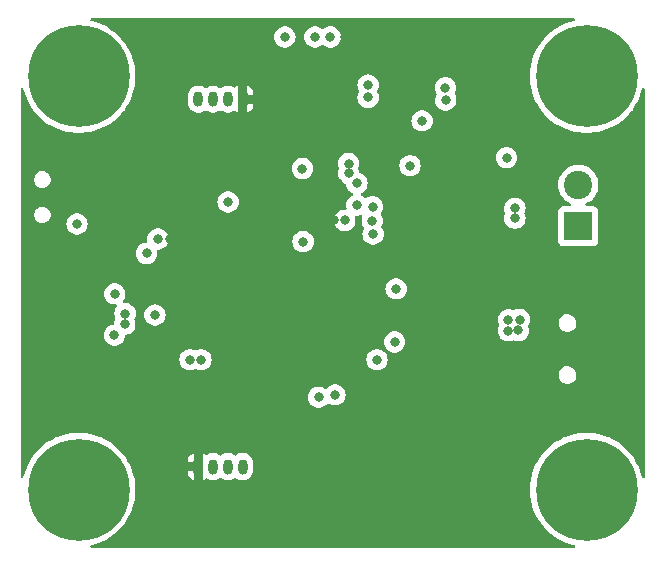
<source format=gbr>
%TF.GenerationSoftware,KiCad,Pcbnew,7.0.7*%
%TF.CreationDate,2023-10-16T17:07:58+03:00*%
%TF.ProjectId,custom_stm_design,63757374-6f6d-45f7-9374-6d5f64657369,rev?*%
%TF.SameCoordinates,Original*%
%TF.FileFunction,Copper,L3,Inr*%
%TF.FilePolarity,Positive*%
%FSLAX46Y46*%
G04 Gerber Fmt 4.6, Leading zero omitted, Abs format (unit mm)*
G04 Created by KiCad (PCBNEW 7.0.7) date 2023-10-16 17:07:58*
%MOMM*%
%LPD*%
G01*
G04 APERTURE LIST*
G04 Aperture macros list*
%AMRoundRect*
0 Rectangle with rounded corners*
0 $1 Rounding radius*
0 $2 $3 $4 $5 $6 $7 $8 $9 X,Y pos of 4 corners*
0 Add a 4 corners polygon primitive as box body*
4,1,4,$2,$3,$4,$5,$6,$7,$8,$9,$2,$3,0*
0 Add four circle primitives for the rounded corners*
1,1,$1+$1,$2,$3*
1,1,$1+$1,$4,$5*
1,1,$1+$1,$6,$7*
1,1,$1+$1,$8,$9*
0 Add four rect primitives between the rounded corners*
20,1,$1+$1,$2,$3,$4,$5,0*
20,1,$1+$1,$4,$5,$6,$7,0*
20,1,$1+$1,$6,$7,$8,$9,0*
20,1,$1+$1,$8,$9,$2,$3,0*%
G04 Aperture macros list end*
%TA.AperFunction,ComponentPad*%
%ADD10C,0.900000*%
%TD*%
%TA.AperFunction,ComponentPad*%
%ADD11C,8.600000*%
%TD*%
%TA.AperFunction,ComponentPad*%
%ADD12RoundRect,0.200000X-0.200000X-0.450000X0.200000X-0.450000X0.200000X0.450000X-0.200000X0.450000X0*%
%TD*%
%TA.AperFunction,ComponentPad*%
%ADD13O,0.800000X1.300000*%
%TD*%
%TA.AperFunction,ComponentPad*%
%ADD14R,2.400000X2.400000*%
%TD*%
%TA.AperFunction,ComponentPad*%
%ADD15C,2.400000*%
%TD*%
%TA.AperFunction,ComponentPad*%
%ADD16RoundRect,0.200000X0.200000X0.450000X-0.200000X0.450000X-0.200000X-0.450000X0.200000X-0.450000X0*%
%TD*%
%TA.AperFunction,ViaPad*%
%ADD17C,0.800000*%
%TD*%
G04 APERTURE END LIST*
D10*
%TO.N,GND*%
%TO.C,H4*%
X81775000Y-106000000D03*
X82719581Y-103719581D03*
X82719581Y-108280419D03*
X85000000Y-102775000D03*
D11*
X85000000Y-106000000D03*
D10*
X85000000Y-109225000D03*
X87280419Y-103719581D03*
X87280419Y-108280419D03*
X88225000Y-106000000D03*
%TD*%
%TO.N,GND*%
%TO.C,H2*%
X124775000Y-106000000D03*
X125719581Y-103719581D03*
X125719581Y-108280419D03*
X128000000Y-102775000D03*
D11*
X128000000Y-106000000D03*
D10*
X128000000Y-109225000D03*
X130280419Y-103719581D03*
X130280419Y-108280419D03*
X131225000Y-106000000D03*
%TD*%
D12*
%TO.N,+3.3V*%
%TO.C,J5*%
X95125000Y-104050000D03*
D13*
%TO.N,USART3_TX*%
X96375000Y-104050000D03*
%TO.N,USART3_RX*%
X97625000Y-104050000D03*
%TO.N,GND*%
X98875000Y-104050000D03*
%TD*%
D10*
%TO.N,GND*%
%TO.C,H1*%
X124775000Y-71000000D03*
X125719581Y-68719581D03*
X125719581Y-73280419D03*
X128000000Y-67775000D03*
D11*
X128000000Y-71000000D03*
D10*
X128000000Y-74225000D03*
X130280419Y-68719581D03*
X130280419Y-73280419D03*
X131225000Y-71000000D03*
%TD*%
%TO.N,GND*%
%TO.C,H3*%
X81775000Y-71000000D03*
X82719581Y-68719581D03*
X82719581Y-73280419D03*
X85000000Y-67775000D03*
D11*
X85000000Y-71000000D03*
D10*
X85000000Y-74225000D03*
X87280419Y-68719581D03*
X87280419Y-73280419D03*
X88225000Y-71000000D03*
%TD*%
D14*
%TO.N,+12V*%
%TO.C,J1*%
X127300000Y-83700000D03*
D15*
%TO.N,GND*%
X127300000Y-80200000D03*
%TD*%
D16*
%TO.N,+3.3V*%
%TO.C,J3*%
X98875000Y-72950000D03*
D13*
%TO.N,I2C1_SCL*%
X97625000Y-72950000D03*
%TO.N,I2C1_SDA*%
X96375000Y-72950000D03*
%TO.N,GND*%
X95125000Y-72950000D03*
%TD*%
D17*
%TO.N,GND*%
X106300000Y-67675000D03*
X105000000Y-67675000D03*
X102450000Y-67675000D03*
%TO.N,+3.3V*%
X107525000Y-67675000D03*
%TO.N,NRST*%
X103937853Y-78812853D03*
%TO.N,+3.3V*%
X92725000Y-84775000D03*
%TO.N,GND*%
X91700000Y-84775000D03*
X97650000Y-81650000D03*
%TO.N,+3.3V*%
X95350000Y-81700000D03*
%TO.N,GND*%
X88900000Y-92000000D03*
X88025000Y-92925000D03*
X107525000Y-83200000D03*
X121225000Y-77900000D03*
X105300000Y-98175000D03*
X109925000Y-84375000D03*
X111875000Y-89000000D03*
X121925000Y-83025000D03*
X121925000Y-82175000D03*
X109850000Y-83250000D03*
X109875000Y-82050000D03*
X107850000Y-79225000D03*
X108550000Y-81900000D03*
X108550000Y-80075000D03*
X107850000Y-78400000D03*
X113050000Y-78575000D03*
X114075000Y-74775000D03*
X116075000Y-73025000D03*
X116050000Y-71975000D03*
X109500000Y-72800000D03*
X109500000Y-71750000D03*
X84850000Y-83500000D03*
X90750000Y-86000000D03*
X88050000Y-89425000D03*
X88925000Y-91100000D03*
X91450000Y-91225000D03*
X95350000Y-95000000D03*
X94425000Y-95000000D03*
X106700000Y-97975000D03*
X122325000Y-91600000D03*
X121375000Y-91625000D03*
X121375000Y-92550000D03*
X122225000Y-92525000D03*
%TO.N,+3.3V*%
X123225000Y-75100000D03*
X112225000Y-79575000D03*
X106975000Y-80075000D03*
X117775000Y-87050000D03*
X117775000Y-87975000D03*
X117775000Y-86025000D03*
X99675000Y-79500000D03*
X114975000Y-87825000D03*
X115025000Y-86950000D03*
X115025000Y-86075000D03*
X106100000Y-80975000D03*
X102500000Y-80250000D03*
X84850000Y-79075000D03*
X114450000Y-72825000D03*
X88875000Y-98800000D03*
X121000000Y-71800000D03*
X97500000Y-97550000D03*
X114450000Y-71800000D03*
X120975000Y-72625000D03*
X106675000Y-95625000D03*
X106575000Y-83200000D03*
X112900000Y-80525000D03*
X122275000Y-74300000D03*
%TO.N,Net-(D2-K)*%
X110250000Y-95000000D03*
X111750000Y-93500000D03*
%TO.N,NRST*%
X104000000Y-85000000D03*
%TD*%
%TA.AperFunction,Conductor*%
%TO.N,+3.3V*%
G36*
X126950664Y-66095185D02*
G01*
X126996419Y-66147989D01*
X127006363Y-66217147D01*
X126977338Y-66280703D01*
X126918560Y-66318477D01*
X126916614Y-66319031D01*
X126515080Y-66429847D01*
X126515055Y-66429855D01*
X126111386Y-66581354D01*
X126111372Y-66581360D01*
X125722906Y-66768436D01*
X125722904Y-66768437D01*
X125352743Y-66989599D01*
X125003931Y-67243026D01*
X125003914Y-67243039D01*
X124679210Y-67526726D01*
X124679205Y-67526730D01*
X124381237Y-67838379D01*
X124381225Y-67838392D01*
X124112404Y-68175485D01*
X124112394Y-68175498D01*
X123874867Y-68535337D01*
X123874867Y-68535338D01*
X123670537Y-68915044D01*
X123670533Y-68915052D01*
X123501076Y-69311519D01*
X123501073Y-69311527D01*
X123367830Y-69721608D01*
X123271885Y-70141972D01*
X123214006Y-70569253D01*
X123214005Y-70569262D01*
X123194661Y-70999996D01*
X123194661Y-71000003D01*
X123214005Y-71430737D01*
X123214005Y-71430745D01*
X123214006Y-71430747D01*
X123242945Y-71644386D01*
X123271885Y-71858027D01*
X123367830Y-72278391D01*
X123501073Y-72688472D01*
X123501076Y-72688480D01*
X123670533Y-73084947D01*
X123670537Y-73084955D01*
X123670539Y-73084958D01*
X123874863Y-73464655D01*
X123874867Y-73464661D01*
X123874867Y-73464662D01*
X124112394Y-73824500D01*
X124112404Y-73824514D01*
X124381225Y-74161607D01*
X124381235Y-74161618D01*
X124381236Y-74161619D01*
X124679210Y-74473274D01*
X125003920Y-74756965D01*
X125352753Y-75010407D01*
X125722900Y-75231560D01*
X125722903Y-75231561D01*
X125722904Y-75231562D01*
X125722906Y-75231563D01*
X126111372Y-75418639D01*
X126111386Y-75418645D01*
X126515055Y-75570144D01*
X126515059Y-75570145D01*
X126515069Y-75570149D01*
X126930711Y-75684859D01*
X127354964Y-75761850D01*
X127784409Y-75800500D01*
X127784416Y-75800500D01*
X128215584Y-75800500D01*
X128215591Y-75800500D01*
X128645036Y-75761850D01*
X129069289Y-75684859D01*
X129484931Y-75570149D01*
X129888619Y-75418643D01*
X130277100Y-75231560D01*
X130647247Y-75010407D01*
X130996080Y-74756965D01*
X131320790Y-74473274D01*
X131618764Y-74161619D01*
X131698892Y-74061142D01*
X131816348Y-73913856D01*
X131887601Y-73824507D01*
X131897738Y-73809151D01*
X132125132Y-73464662D01*
X132125137Y-73464655D01*
X132329461Y-73084958D01*
X132498926Y-72688475D01*
X132632168Y-72278397D01*
X132679607Y-72070549D01*
X132713716Y-72009570D01*
X132775378Y-71976712D01*
X132845015Y-71982407D01*
X132900519Y-72024847D01*
X132924267Y-72090557D01*
X132924499Y-72098141D01*
X132924499Y-104901862D01*
X132904814Y-104968901D01*
X132852010Y-105014656D01*
X132782852Y-105024600D01*
X132719296Y-104995575D01*
X132681522Y-104936797D01*
X132679613Y-104929474D01*
X132632168Y-104721603D01*
X132498926Y-104311525D01*
X132345454Y-103952459D01*
X132329466Y-103915052D01*
X132329462Y-103915044D01*
X132307163Y-103873606D01*
X132125137Y-103535345D01*
X132083913Y-103472893D01*
X131887605Y-103175498D01*
X131887595Y-103175485D01*
X131618774Y-102838392D01*
X131618762Y-102838379D01*
X131320794Y-102526730D01*
X131320793Y-102526729D01*
X131320790Y-102526726D01*
X130996080Y-102243035D01*
X130996068Y-102243026D01*
X130647256Y-101989599D01*
X130647251Y-101989596D01*
X130647247Y-101989593D01*
X130277100Y-101768440D01*
X130277095Y-101768437D01*
X130277093Y-101768436D01*
X129888627Y-101581360D01*
X129888613Y-101581354D01*
X129484944Y-101429855D01*
X129484919Y-101429847D01*
X129069295Y-101315142D01*
X128645043Y-101238151D01*
X128645040Y-101238150D01*
X128645036Y-101238150D01*
X128215591Y-101199500D01*
X127784409Y-101199500D01*
X127354964Y-101238150D01*
X127354960Y-101238150D01*
X127354956Y-101238151D01*
X126930704Y-101315142D01*
X126515080Y-101429847D01*
X126515055Y-101429855D01*
X126111386Y-101581354D01*
X126111372Y-101581360D01*
X125722906Y-101768436D01*
X125722904Y-101768437D01*
X125352743Y-101989599D01*
X125003931Y-102243026D01*
X125003914Y-102243039D01*
X124679210Y-102526726D01*
X124679205Y-102526730D01*
X124381237Y-102838379D01*
X124381225Y-102838392D01*
X124112404Y-103175485D01*
X124112394Y-103175498D01*
X123874867Y-103535337D01*
X123874867Y-103535338D01*
X123670537Y-103915044D01*
X123670533Y-103915052D01*
X123501076Y-104311519D01*
X123501073Y-104311527D01*
X123367830Y-104721608D01*
X123271885Y-105141972D01*
X123214006Y-105569253D01*
X123214005Y-105569262D01*
X123194661Y-105999996D01*
X123194661Y-106000003D01*
X123214005Y-106430737D01*
X123214006Y-106430746D01*
X123271885Y-106858027D01*
X123367830Y-107278391D01*
X123501073Y-107688472D01*
X123501076Y-107688480D01*
X123670533Y-108084947D01*
X123670537Y-108084955D01*
X123670539Y-108084958D01*
X123874863Y-108464655D01*
X123874867Y-108464661D01*
X123874867Y-108464662D01*
X124112394Y-108824501D01*
X124112404Y-108824514D01*
X124381225Y-109161607D01*
X124381235Y-109161618D01*
X124381236Y-109161619D01*
X124679210Y-109473274D01*
X125003920Y-109756965D01*
X125352753Y-110010407D01*
X125722900Y-110231560D01*
X125722903Y-110231561D01*
X125722904Y-110231562D01*
X125722906Y-110231563D01*
X126111372Y-110418639D01*
X126111386Y-110418645D01*
X126515055Y-110570144D01*
X126515059Y-110570145D01*
X126515069Y-110570149D01*
X126515080Y-110570152D01*
X126916614Y-110680969D01*
X126976000Y-110717779D01*
X127006059Y-110780852D01*
X126997245Y-110850164D01*
X126952358Y-110903708D01*
X126885648Y-110924483D01*
X126883625Y-110924500D01*
X86116375Y-110924500D01*
X86049336Y-110904815D01*
X86003581Y-110852011D01*
X85993637Y-110782853D01*
X86022662Y-110719297D01*
X86081440Y-110681523D01*
X86083386Y-110680969D01*
X86335853Y-110611291D01*
X86484931Y-110570149D01*
X86888619Y-110418643D01*
X87277100Y-110231560D01*
X87647247Y-110010407D01*
X87996080Y-109756965D01*
X88320790Y-109473274D01*
X88618764Y-109161619D01*
X88887601Y-108824507D01*
X89125137Y-108464655D01*
X89329461Y-108084958D01*
X89498926Y-107688475D01*
X89632168Y-107278397D01*
X89728115Y-106858026D01*
X89785994Y-106430747D01*
X89805339Y-106000000D01*
X89785994Y-105569253D01*
X89728115Y-105141974D01*
X89632168Y-104721603D01*
X89535796Y-104425000D01*
X94225001Y-104425000D01*
X94225001Y-104556582D01*
X94231408Y-104627102D01*
X94231409Y-104627107D01*
X94281981Y-104789396D01*
X94369927Y-104934877D01*
X94490122Y-105055072D01*
X94635604Y-105143019D01*
X94635603Y-105143019D01*
X94749999Y-105178666D01*
X94750000Y-105178666D01*
X94750000Y-104425000D01*
X94225001Y-104425000D01*
X89535796Y-104425000D01*
X89498926Y-104311525D01*
X89387146Y-104050002D01*
X94870102Y-104050002D01*
X94889503Y-104147540D01*
X94889504Y-104147543D01*
X94889505Y-104147545D01*
X94944760Y-104230240D01*
X95027455Y-104285495D01*
X95027458Y-104285495D01*
X95027459Y-104285496D01*
X95100371Y-104299999D01*
X95100374Y-104300000D01*
X95100376Y-104300000D01*
X95149626Y-104300000D01*
X95149627Y-104299999D01*
X95222545Y-104285495D01*
X95281611Y-104246028D01*
X95348286Y-104225151D01*
X95415666Y-104243635D01*
X95462357Y-104295614D01*
X95473335Y-104343999D01*
X95474330Y-104343947D01*
X95474499Y-104347187D01*
X95474500Y-104347192D01*
X95489326Y-104488256D01*
X95493931Y-104502430D01*
X95500000Y-104540746D01*
X95500000Y-105178666D01*
X95614395Y-105143019D01*
X95756228Y-105057278D01*
X95823782Y-105039442D01*
X95890256Y-105060959D01*
X95893263Y-105063077D01*
X95922265Y-105084148D01*
X95922270Y-105084151D01*
X96095192Y-105161142D01*
X96095197Y-105161144D01*
X96280354Y-105200500D01*
X96280355Y-105200500D01*
X96469644Y-105200500D01*
X96469646Y-105200500D01*
X96654803Y-105161144D01*
X96827730Y-105084151D01*
X96911497Y-105023291D01*
X96927115Y-105011944D01*
X96992921Y-104988464D01*
X97060975Y-105004289D01*
X97072885Y-105011944D01*
X97172265Y-105084148D01*
X97172270Y-105084151D01*
X97345192Y-105161142D01*
X97345197Y-105161144D01*
X97530354Y-105200500D01*
X97530355Y-105200500D01*
X97719644Y-105200500D01*
X97719646Y-105200500D01*
X97904803Y-105161144D01*
X98077730Y-105084151D01*
X98161497Y-105023291D01*
X98177115Y-105011944D01*
X98242921Y-104988464D01*
X98310975Y-105004289D01*
X98322885Y-105011944D01*
X98422265Y-105084148D01*
X98422270Y-105084151D01*
X98595192Y-105161142D01*
X98595197Y-105161144D01*
X98780354Y-105200500D01*
X98780355Y-105200500D01*
X98969644Y-105200500D01*
X98969646Y-105200500D01*
X99154803Y-105161144D01*
X99327730Y-105084151D01*
X99480871Y-104972888D01*
X99607533Y-104832216D01*
X99702179Y-104668284D01*
X99760674Y-104488256D01*
X99775500Y-104347192D01*
X99775500Y-103752808D01*
X99760674Y-103611744D01*
X99702179Y-103431716D01*
X99607533Y-103267784D01*
X99480871Y-103127112D01*
X99480870Y-103127111D01*
X99327734Y-103015851D01*
X99327729Y-103015848D01*
X99154807Y-102938857D01*
X99154802Y-102938855D01*
X99009001Y-102907865D01*
X98969646Y-102899500D01*
X98780354Y-102899500D01*
X98747897Y-102906398D01*
X98595197Y-102938855D01*
X98595192Y-102938857D01*
X98422270Y-103015848D01*
X98422266Y-103015850D01*
X98322883Y-103088056D01*
X98257077Y-103111535D01*
X98189023Y-103095709D01*
X98177114Y-103088055D01*
X98077734Y-103015851D01*
X98077729Y-103015848D01*
X97904807Y-102938857D01*
X97904802Y-102938855D01*
X97759000Y-102907865D01*
X97719646Y-102899500D01*
X97530354Y-102899500D01*
X97497897Y-102906398D01*
X97345197Y-102938855D01*
X97345192Y-102938857D01*
X97172271Y-103015848D01*
X97072885Y-103088056D01*
X97007078Y-103111535D01*
X96939025Y-103095709D01*
X96927115Y-103088056D01*
X96889052Y-103060402D01*
X96827730Y-103015849D01*
X96827728Y-103015848D01*
X96827729Y-103015848D01*
X96654807Y-102938857D01*
X96654802Y-102938855D01*
X96509000Y-102907865D01*
X96469646Y-102899500D01*
X96280354Y-102899500D01*
X96247897Y-102906398D01*
X96095197Y-102938855D01*
X96095192Y-102938857D01*
X95922272Y-103015848D01*
X95922270Y-103015849D01*
X95912654Y-103022835D01*
X95893260Y-103036925D01*
X95827452Y-103060402D01*
X95759399Y-103044574D01*
X95756228Y-103042721D01*
X95614396Y-102956981D01*
X95614394Y-102956980D01*
X95500000Y-102921332D01*
X95500000Y-103559253D01*
X95493930Y-103597571D01*
X95489326Y-103611744D01*
X95482678Y-103675000D01*
X95474499Y-103752812D01*
X95474330Y-103756053D01*
X95472998Y-103755983D01*
X95454815Y-103817907D01*
X95402011Y-103863662D01*
X95332853Y-103873606D01*
X95281610Y-103853971D01*
X95227636Y-103817907D01*
X95222545Y-103814505D01*
X95222544Y-103814504D01*
X95222543Y-103814504D01*
X95222540Y-103814503D01*
X95149627Y-103800000D01*
X95149624Y-103800000D01*
X95100376Y-103800000D01*
X95100373Y-103800000D01*
X95027459Y-103814503D01*
X95027455Y-103814505D01*
X94944760Y-103869760D01*
X94889505Y-103952455D01*
X94889503Y-103952459D01*
X94870102Y-104049997D01*
X94870102Y-104050002D01*
X89387146Y-104050002D01*
X89345454Y-103952459D01*
X89329466Y-103915052D01*
X89329462Y-103915044D01*
X89307163Y-103873606D01*
X89200289Y-103675000D01*
X94225000Y-103675000D01*
X94750000Y-103675000D01*
X94750000Y-102921333D01*
X94749999Y-102921332D01*
X94635605Y-102956980D01*
X94635603Y-102956981D01*
X94490122Y-103044927D01*
X94369927Y-103165122D01*
X94281980Y-103310604D01*
X94231409Y-103472893D01*
X94225000Y-103543427D01*
X94225000Y-103675000D01*
X89200289Y-103675000D01*
X89125137Y-103535345D01*
X89083913Y-103472893D01*
X88887605Y-103175498D01*
X88887595Y-103175485D01*
X88618774Y-102838392D01*
X88618762Y-102838379D01*
X88320794Y-102526730D01*
X88320793Y-102526729D01*
X88320790Y-102526726D01*
X87996080Y-102243035D01*
X87996068Y-102243026D01*
X87647256Y-101989599D01*
X87647251Y-101989596D01*
X87647247Y-101989593D01*
X87277100Y-101768440D01*
X87277095Y-101768437D01*
X87277093Y-101768436D01*
X86888627Y-101581360D01*
X86888613Y-101581354D01*
X86484944Y-101429855D01*
X86484919Y-101429847D01*
X86069295Y-101315142D01*
X85645043Y-101238151D01*
X85645040Y-101238150D01*
X85645036Y-101238150D01*
X85215591Y-101199500D01*
X84784409Y-101199500D01*
X84354964Y-101238150D01*
X84354960Y-101238150D01*
X84354956Y-101238151D01*
X83930704Y-101315142D01*
X83515080Y-101429847D01*
X83515055Y-101429855D01*
X83111386Y-101581354D01*
X83111372Y-101581360D01*
X82722906Y-101768436D01*
X82722904Y-101768437D01*
X82352743Y-101989599D01*
X82003931Y-102243026D01*
X82003914Y-102243039D01*
X81679210Y-102526726D01*
X81679205Y-102526730D01*
X81381237Y-102838379D01*
X81381225Y-102838392D01*
X81112404Y-103175485D01*
X81112394Y-103175498D01*
X80874867Y-103535337D01*
X80874867Y-103535338D01*
X80670537Y-103915044D01*
X80670533Y-103915052D01*
X80501076Y-104311519D01*
X80501073Y-104311527D01*
X80367831Y-104721605D01*
X80320391Y-104929455D01*
X80286282Y-104990433D01*
X80224621Y-105023291D01*
X80154984Y-105017596D01*
X80099480Y-104975156D01*
X80075732Y-104909446D01*
X80075500Y-104901862D01*
X80075500Y-98175000D01*
X104394540Y-98175000D01*
X104414326Y-98363256D01*
X104414327Y-98363259D01*
X104472818Y-98543277D01*
X104472821Y-98543284D01*
X104567467Y-98707216D01*
X104614227Y-98759148D01*
X104694129Y-98847888D01*
X104847265Y-98959148D01*
X104847270Y-98959151D01*
X105020192Y-99036142D01*
X105020197Y-99036144D01*
X105205354Y-99075500D01*
X105205355Y-99075500D01*
X105394644Y-99075500D01*
X105394646Y-99075500D01*
X105579803Y-99036144D01*
X105752730Y-98959151D01*
X105905871Y-98847888D01*
X106014477Y-98727268D01*
X106073964Y-98690620D01*
X106143821Y-98691951D01*
X106179512Y-98709923D01*
X106247265Y-98759148D01*
X106247270Y-98759151D01*
X106420192Y-98836142D01*
X106420197Y-98836144D01*
X106605354Y-98875500D01*
X106605355Y-98875500D01*
X106794644Y-98875500D01*
X106794646Y-98875500D01*
X106979803Y-98836144D01*
X107152730Y-98759151D01*
X107305871Y-98647888D01*
X107432533Y-98507216D01*
X107527179Y-98343284D01*
X107585674Y-98163256D01*
X107605460Y-97975000D01*
X107585674Y-97786744D01*
X107527179Y-97606716D01*
X107432533Y-97442784D01*
X107305871Y-97302112D01*
X107305867Y-97302109D01*
X107152734Y-97190851D01*
X107152729Y-97190848D01*
X106979807Y-97113857D01*
X106979802Y-97113855D01*
X106834001Y-97082865D01*
X106794646Y-97074500D01*
X106605354Y-97074500D01*
X106572897Y-97081398D01*
X106420197Y-97113855D01*
X106420192Y-97113857D01*
X106247270Y-97190848D01*
X106247265Y-97190851D01*
X106094132Y-97302109D01*
X105985522Y-97422732D01*
X105926035Y-97459380D01*
X105856178Y-97458049D01*
X105820488Y-97440078D01*
X105752730Y-97390849D01*
X105752729Y-97390848D01*
X105579807Y-97313857D01*
X105579802Y-97313855D01*
X105434000Y-97282865D01*
X105394646Y-97274500D01*
X105205354Y-97274500D01*
X105172897Y-97281398D01*
X105020197Y-97313855D01*
X105020192Y-97313857D01*
X104847270Y-97390848D01*
X104847265Y-97390851D01*
X104694129Y-97502111D01*
X104567466Y-97642785D01*
X104472821Y-97806715D01*
X104472818Y-97806722D01*
X104418142Y-97975000D01*
X104414326Y-97986744D01*
X104394540Y-98175000D01*
X80075500Y-98175000D01*
X80075500Y-96343933D01*
X125620668Y-96343933D01*
X125636058Y-96431210D01*
X125651135Y-96516711D01*
X125720623Y-96677804D01*
X125720624Y-96677806D01*
X125720626Y-96677809D01*
X125775278Y-96751218D01*
X125825390Y-96818530D01*
X125959786Y-96931302D01*
X126037488Y-96970325D01*
X126116562Y-97010038D01*
X126116563Y-97010038D01*
X126116567Y-97010040D01*
X126287279Y-97050500D01*
X126287282Y-97050500D01*
X126418701Y-97050500D01*
X126418709Y-97050500D01*
X126549255Y-97035241D01*
X126714117Y-96975237D01*
X126860696Y-96878830D01*
X126981092Y-96751218D01*
X127068812Y-96599281D01*
X127119130Y-96431210D01*
X127129331Y-96256065D01*
X127098865Y-96083289D01*
X127029377Y-95922196D01*
X126924610Y-95781470D01*
X126852747Y-95721170D01*
X126790214Y-95668698D01*
X126790212Y-95668697D01*
X126633437Y-95589961D01*
X126633433Y-95589960D01*
X126462721Y-95549500D01*
X126331291Y-95549500D01*
X126226854Y-95561707D01*
X126200743Y-95564759D01*
X126200740Y-95564760D01*
X126035884Y-95624762D01*
X126035880Y-95624764D01*
X125889306Y-95721167D01*
X125889305Y-95721168D01*
X125768910Y-95848778D01*
X125681188Y-96000718D01*
X125630870Y-96168789D01*
X125630869Y-96168794D01*
X125620668Y-96343933D01*
X80075500Y-96343933D01*
X80075500Y-95000000D01*
X93519540Y-95000000D01*
X93539326Y-95188256D01*
X93539327Y-95188259D01*
X93597818Y-95368277D01*
X93597821Y-95368284D01*
X93692467Y-95532216D01*
X93744461Y-95589961D01*
X93819129Y-95672888D01*
X93972265Y-95784148D01*
X93972270Y-95784151D01*
X94145192Y-95861142D01*
X94145197Y-95861144D01*
X94330354Y-95900500D01*
X94330355Y-95900500D01*
X94519644Y-95900500D01*
X94519646Y-95900500D01*
X94704803Y-95861144D01*
X94837063Y-95802257D01*
X94906314Y-95792972D01*
X94937936Y-95802257D01*
X95070192Y-95861142D01*
X95070197Y-95861144D01*
X95255354Y-95900500D01*
X95255355Y-95900500D01*
X95444644Y-95900500D01*
X95444646Y-95900500D01*
X95629803Y-95861144D01*
X95802730Y-95784151D01*
X95955871Y-95672888D01*
X96082533Y-95532216D01*
X96177179Y-95368284D01*
X96235674Y-95188256D01*
X96255460Y-95000000D01*
X109344540Y-95000000D01*
X109364326Y-95188256D01*
X109364327Y-95188259D01*
X109422818Y-95368277D01*
X109422821Y-95368284D01*
X109517467Y-95532216D01*
X109569461Y-95589961D01*
X109644129Y-95672888D01*
X109797265Y-95784148D01*
X109797270Y-95784151D01*
X109970192Y-95861142D01*
X109970197Y-95861144D01*
X110155354Y-95900500D01*
X110155355Y-95900500D01*
X110344644Y-95900500D01*
X110344646Y-95900500D01*
X110529803Y-95861144D01*
X110702730Y-95784151D01*
X110855871Y-95672888D01*
X110982533Y-95532216D01*
X111077179Y-95368284D01*
X111135674Y-95188256D01*
X111155460Y-95000000D01*
X111135674Y-94811744D01*
X111077179Y-94631716D01*
X110982533Y-94467784D01*
X110855871Y-94327112D01*
X110855870Y-94327111D01*
X110702734Y-94215851D01*
X110702729Y-94215848D01*
X110529807Y-94138857D01*
X110529802Y-94138855D01*
X110384000Y-94107865D01*
X110344646Y-94099500D01*
X110155354Y-94099500D01*
X110122897Y-94106398D01*
X109970197Y-94138855D01*
X109970192Y-94138857D01*
X109797270Y-94215848D01*
X109797265Y-94215851D01*
X109644129Y-94327111D01*
X109517466Y-94467785D01*
X109422821Y-94631715D01*
X109422818Y-94631722D01*
X109364327Y-94811740D01*
X109364326Y-94811744D01*
X109344540Y-95000000D01*
X96255460Y-95000000D01*
X96235674Y-94811744D01*
X96177179Y-94631716D01*
X96082533Y-94467784D01*
X95955871Y-94327112D01*
X95955870Y-94327111D01*
X95802734Y-94215851D01*
X95802729Y-94215848D01*
X95629807Y-94138857D01*
X95629802Y-94138855D01*
X95484001Y-94107865D01*
X95444646Y-94099500D01*
X95255354Y-94099500D01*
X95205375Y-94110123D01*
X95070199Y-94138855D01*
X94937936Y-94197743D01*
X94868686Y-94207027D01*
X94837064Y-94197743D01*
X94781239Y-94172888D01*
X94704803Y-94138856D01*
X94704801Y-94138855D01*
X94704800Y-94138855D01*
X94588102Y-94114050D01*
X94519646Y-94099500D01*
X94330354Y-94099500D01*
X94297897Y-94106398D01*
X94145197Y-94138855D01*
X94145192Y-94138857D01*
X93972270Y-94215848D01*
X93972265Y-94215851D01*
X93819129Y-94327111D01*
X93692466Y-94467785D01*
X93597821Y-94631715D01*
X93597818Y-94631722D01*
X93539327Y-94811740D01*
X93539326Y-94811744D01*
X93519540Y-95000000D01*
X80075500Y-95000000D01*
X80075500Y-92925000D01*
X87119540Y-92925000D01*
X87139326Y-93113256D01*
X87139327Y-93113259D01*
X87197818Y-93293277D01*
X87197821Y-93293284D01*
X87292467Y-93457216D01*
X87419129Y-93597888D01*
X87572265Y-93709148D01*
X87572270Y-93709151D01*
X87745192Y-93786142D01*
X87745197Y-93786144D01*
X87930354Y-93825500D01*
X87930355Y-93825500D01*
X88119644Y-93825500D01*
X88119646Y-93825500D01*
X88304803Y-93786144D01*
X88477730Y-93709151D01*
X88630871Y-93597888D01*
X88719010Y-93500000D01*
X110844540Y-93500000D01*
X110864326Y-93688256D01*
X110864327Y-93688259D01*
X110922818Y-93868277D01*
X110922821Y-93868284D01*
X111017467Y-94032216D01*
X111113487Y-94138857D01*
X111144129Y-94172888D01*
X111297265Y-94284148D01*
X111297270Y-94284151D01*
X111470192Y-94361142D01*
X111470197Y-94361144D01*
X111655354Y-94400500D01*
X111655355Y-94400500D01*
X111844644Y-94400500D01*
X111844646Y-94400500D01*
X112029803Y-94361144D01*
X112202730Y-94284151D01*
X112355871Y-94172888D01*
X112482533Y-94032216D01*
X112577179Y-93868284D01*
X112635674Y-93688256D01*
X112655460Y-93500000D01*
X112635674Y-93311744D01*
X112577179Y-93131716D01*
X112482533Y-92967784D01*
X112355871Y-92827112D01*
X112355870Y-92827111D01*
X112202734Y-92715851D01*
X112202729Y-92715848D01*
X112029807Y-92638857D01*
X112029802Y-92638855D01*
X111884001Y-92607865D01*
X111844646Y-92599500D01*
X111655354Y-92599500D01*
X111622897Y-92606398D01*
X111470197Y-92638855D01*
X111470192Y-92638857D01*
X111297270Y-92715848D01*
X111297265Y-92715851D01*
X111144129Y-92827111D01*
X111017466Y-92967785D01*
X110922821Y-93131715D01*
X110922818Y-93131722D01*
X110864327Y-93311740D01*
X110864326Y-93311744D01*
X110844540Y-93500000D01*
X88719010Y-93500000D01*
X88757533Y-93457216D01*
X88852179Y-93293284D01*
X88910674Y-93113256D01*
X88922210Y-93003487D01*
X88948793Y-92938878D01*
X89006090Y-92898892D01*
X89019716Y-92895171D01*
X89179803Y-92861144D01*
X89179807Y-92861142D01*
X89179808Y-92861142D01*
X89256241Y-92827111D01*
X89352730Y-92784151D01*
X89505871Y-92672888D01*
X89616520Y-92550000D01*
X120469540Y-92550000D01*
X120489326Y-92738256D01*
X120489327Y-92738259D01*
X120547818Y-92918277D01*
X120547821Y-92918284D01*
X120642467Y-93082216D01*
X120687043Y-93131722D01*
X120769129Y-93222888D01*
X120922265Y-93334148D01*
X120922270Y-93334151D01*
X121095192Y-93411142D01*
X121095197Y-93411144D01*
X121280354Y-93450500D01*
X121280355Y-93450500D01*
X121469644Y-93450500D01*
X121469646Y-93450500D01*
X121654803Y-93411144D01*
X121777639Y-93356452D01*
X121846888Y-93347168D01*
X121878509Y-93356452D01*
X121945197Y-93386144D01*
X122130354Y-93425500D01*
X122130355Y-93425500D01*
X122319644Y-93425500D01*
X122319646Y-93425500D01*
X122504803Y-93386144D01*
X122677730Y-93309151D01*
X122830871Y-93197888D01*
X122957533Y-93057216D01*
X123052179Y-92893284D01*
X123110674Y-92713256D01*
X123130460Y-92525000D01*
X123110674Y-92336744D01*
X123066072Y-92199476D01*
X123064078Y-92129637D01*
X123076614Y-92099165D01*
X123152179Y-91968284D01*
X123160091Y-91943933D01*
X125620668Y-91943933D01*
X125645745Y-92086144D01*
X125651135Y-92116711D01*
X125720623Y-92277804D01*
X125720624Y-92277806D01*
X125720626Y-92277809D01*
X125764502Y-92336744D01*
X125825390Y-92418530D01*
X125959786Y-92531302D01*
X125997017Y-92550000D01*
X126116562Y-92610038D01*
X126116563Y-92610038D01*
X126116567Y-92610040D01*
X126287279Y-92650500D01*
X126287282Y-92650500D01*
X126418701Y-92650500D01*
X126418709Y-92650500D01*
X126549255Y-92635241D01*
X126714117Y-92575237D01*
X126860696Y-92478830D01*
X126981092Y-92351218D01*
X127068812Y-92199281D01*
X127119130Y-92031210D01*
X127129331Y-91856065D01*
X127098865Y-91683289D01*
X127029377Y-91522196D01*
X127020035Y-91509648D01*
X126924609Y-91381469D01*
X126790214Y-91268698D01*
X126790212Y-91268697D01*
X126633437Y-91189961D01*
X126633433Y-91189960D01*
X126462721Y-91149500D01*
X126331291Y-91149500D01*
X126226854Y-91161707D01*
X126200743Y-91164759D01*
X126200740Y-91164760D01*
X126035884Y-91224762D01*
X126035880Y-91224764D01*
X125889306Y-91321167D01*
X125889305Y-91321168D01*
X125768910Y-91448778D01*
X125681188Y-91600718D01*
X125630870Y-91768789D01*
X125630869Y-91768794D01*
X125620668Y-91943933D01*
X123160091Y-91943933D01*
X123210674Y-91788256D01*
X123230460Y-91600000D01*
X123210674Y-91411744D01*
X123152179Y-91231716D01*
X123057533Y-91067784D01*
X122930871Y-90927112D01*
X122909719Y-90911744D01*
X122777734Y-90815851D01*
X122777729Y-90815848D01*
X122604807Y-90738857D01*
X122604802Y-90738855D01*
X122459001Y-90707865D01*
X122419646Y-90699500D01*
X122230354Y-90699500D01*
X122197897Y-90706398D01*
X122045197Y-90738855D01*
X122045192Y-90738857D01*
X121872361Y-90815808D01*
X121803111Y-90825093D01*
X121771489Y-90815808D01*
X121654807Y-90763857D01*
X121654802Y-90763855D01*
X121503590Y-90731715D01*
X121469646Y-90724500D01*
X121280354Y-90724500D01*
X121247897Y-90731398D01*
X121095197Y-90763855D01*
X121095192Y-90763857D01*
X120922270Y-90840848D01*
X120922265Y-90840851D01*
X120769129Y-90952111D01*
X120642466Y-91092785D01*
X120547821Y-91256715D01*
X120547818Y-91256722D01*
X120489327Y-91436740D01*
X120489326Y-91436744D01*
X120469540Y-91625000D01*
X120489326Y-91813256D01*
X120489327Y-91813259D01*
X120547818Y-91993277D01*
X120547820Y-91993282D01*
X120547821Y-91993284D01*
X120556980Y-92009148D01*
X120566421Y-92025500D01*
X120582892Y-92093401D01*
X120566422Y-92149496D01*
X120547821Y-92181715D01*
X120497449Y-92336744D01*
X120489326Y-92361744D01*
X120469540Y-92550000D01*
X89616520Y-92550000D01*
X89632533Y-92532216D01*
X89727179Y-92368284D01*
X89785674Y-92188256D01*
X89805460Y-92000000D01*
X89785674Y-91811744D01*
X89727179Y-91631716D01*
X89727176Y-91631710D01*
X89724538Y-91625786D01*
X89726207Y-91625042D01*
X89711822Y-91565757D01*
X89728294Y-91509652D01*
X89752179Y-91468284D01*
X89810674Y-91288256D01*
X89817322Y-91225000D01*
X90544540Y-91225000D01*
X90564326Y-91413256D01*
X90564327Y-91413259D01*
X90622818Y-91593277D01*
X90622821Y-91593284D01*
X90717467Y-91757216D01*
X90844128Y-91897888D01*
X90844129Y-91897888D01*
X90997265Y-92009148D01*
X90997270Y-92009151D01*
X91170192Y-92086142D01*
X91170197Y-92086144D01*
X91355354Y-92125500D01*
X91355355Y-92125500D01*
X91544644Y-92125500D01*
X91544646Y-92125500D01*
X91729803Y-92086144D01*
X91902730Y-92009151D01*
X92055871Y-91897888D01*
X92182533Y-91757216D01*
X92277179Y-91593284D01*
X92335674Y-91413256D01*
X92355460Y-91225000D01*
X92335674Y-91036744D01*
X92277179Y-90856716D01*
X92182533Y-90692784D01*
X92055871Y-90552112D01*
X92026404Y-90530703D01*
X91902734Y-90440851D01*
X91902729Y-90440848D01*
X91729807Y-90363857D01*
X91729802Y-90363855D01*
X91584001Y-90332865D01*
X91544646Y-90324500D01*
X91355354Y-90324500D01*
X91322897Y-90331398D01*
X91170197Y-90363855D01*
X91170192Y-90363857D01*
X90997270Y-90440848D01*
X90997265Y-90440851D01*
X90844129Y-90552111D01*
X90717466Y-90692785D01*
X90622821Y-90856715D01*
X90622818Y-90856722D01*
X90564327Y-91036740D01*
X90564326Y-91036744D01*
X90544540Y-91225000D01*
X89817322Y-91225000D01*
X89830460Y-91100000D01*
X89810674Y-90911744D01*
X89752179Y-90731716D01*
X89657533Y-90567784D01*
X89530871Y-90427112D01*
X89530870Y-90427111D01*
X89377734Y-90315851D01*
X89377729Y-90315848D01*
X89204807Y-90238857D01*
X89204802Y-90238855D01*
X89059001Y-90207865D01*
X89019646Y-90199500D01*
X88842888Y-90199500D01*
X88775849Y-90179815D01*
X88730094Y-90127011D01*
X88720150Y-90057853D01*
X88749175Y-89994297D01*
X88750738Y-89992528D01*
X88753310Y-89989670D01*
X88782533Y-89957216D01*
X88877179Y-89793284D01*
X88935674Y-89613256D01*
X88955460Y-89425000D01*
X88935674Y-89236744D01*
X88877179Y-89056716D01*
X88844434Y-89000000D01*
X110969540Y-89000000D01*
X110989326Y-89188256D01*
X110989327Y-89188259D01*
X111047818Y-89368277D01*
X111047821Y-89368284D01*
X111142467Y-89532216D01*
X111215436Y-89613256D01*
X111269129Y-89672888D01*
X111422265Y-89784148D01*
X111422270Y-89784151D01*
X111595192Y-89861142D01*
X111595197Y-89861144D01*
X111780354Y-89900500D01*
X111780355Y-89900500D01*
X111969644Y-89900500D01*
X111969646Y-89900500D01*
X112154803Y-89861144D01*
X112327730Y-89784151D01*
X112480871Y-89672888D01*
X112607533Y-89532216D01*
X112702179Y-89368284D01*
X112760674Y-89188256D01*
X112780460Y-89000000D01*
X112760674Y-88811744D01*
X112702179Y-88631716D01*
X112607533Y-88467784D01*
X112480871Y-88327112D01*
X112480870Y-88327111D01*
X112327734Y-88215851D01*
X112327729Y-88215848D01*
X112154807Y-88138857D01*
X112154802Y-88138855D01*
X112009000Y-88107865D01*
X111969646Y-88099500D01*
X111780354Y-88099500D01*
X111747897Y-88106398D01*
X111595197Y-88138855D01*
X111595192Y-88138857D01*
X111422270Y-88215848D01*
X111422265Y-88215851D01*
X111269129Y-88327111D01*
X111142466Y-88467785D01*
X111047821Y-88631715D01*
X111047818Y-88631722D01*
X110989327Y-88811740D01*
X110989326Y-88811744D01*
X110969540Y-89000000D01*
X88844434Y-89000000D01*
X88782533Y-88892784D01*
X88655871Y-88752112D01*
X88655870Y-88752111D01*
X88502734Y-88640851D01*
X88502729Y-88640848D01*
X88329807Y-88563857D01*
X88329802Y-88563855D01*
X88184001Y-88532865D01*
X88144646Y-88524500D01*
X87955354Y-88524500D01*
X87922897Y-88531398D01*
X87770197Y-88563855D01*
X87770192Y-88563857D01*
X87597270Y-88640848D01*
X87597265Y-88640851D01*
X87444129Y-88752111D01*
X87317466Y-88892785D01*
X87222821Y-89056715D01*
X87222818Y-89056722D01*
X87164327Y-89236740D01*
X87164326Y-89236744D01*
X87144540Y-89425000D01*
X87164326Y-89613256D01*
X87164327Y-89613259D01*
X87222818Y-89793277D01*
X87222821Y-89793284D01*
X87317467Y-89957216D01*
X87408081Y-90057853D01*
X87444129Y-90097888D01*
X87597265Y-90209148D01*
X87597270Y-90209151D01*
X87770192Y-90286142D01*
X87770197Y-90286144D01*
X87955354Y-90325500D01*
X87955355Y-90325500D01*
X88132112Y-90325500D01*
X88199151Y-90345185D01*
X88244906Y-90397989D01*
X88254850Y-90467147D01*
X88225825Y-90530703D01*
X88224262Y-90532472D01*
X88192466Y-90567785D01*
X88097821Y-90731715D01*
X88097818Y-90731722D01*
X88039327Y-90911740D01*
X88039326Y-90911744D01*
X88019540Y-91100000D01*
X88039326Y-91288256D01*
X88039327Y-91288259D01*
X88097821Y-91468286D01*
X88100464Y-91474222D01*
X88098794Y-91474965D01*
X88113175Y-91534253D01*
X88096704Y-91590348D01*
X88072820Y-91631716D01*
X88014327Y-91811740D01*
X88014326Y-91811744D01*
X88002790Y-91921508D01*
X87976205Y-91986122D01*
X87918908Y-92026107D01*
X87905250Y-92029836D01*
X87745197Y-92063855D01*
X87745192Y-92063857D01*
X87572270Y-92140848D01*
X87572265Y-92140851D01*
X87419129Y-92252111D01*
X87292466Y-92392785D01*
X87197821Y-92556715D01*
X87197818Y-92556722D01*
X87139327Y-92736740D01*
X87139326Y-92736744D01*
X87119540Y-92925000D01*
X80075500Y-92925000D01*
X80075500Y-86000000D01*
X89844540Y-86000000D01*
X89864326Y-86188256D01*
X89864327Y-86188259D01*
X89922818Y-86368277D01*
X89922821Y-86368284D01*
X90017467Y-86532216D01*
X90144129Y-86672888D01*
X90297265Y-86784148D01*
X90297270Y-86784151D01*
X90470192Y-86861142D01*
X90470197Y-86861144D01*
X90655354Y-86900500D01*
X90655355Y-86900500D01*
X90844644Y-86900500D01*
X90844646Y-86900500D01*
X91029803Y-86861144D01*
X91202730Y-86784151D01*
X91355871Y-86672888D01*
X91482533Y-86532216D01*
X91577179Y-86368284D01*
X91635674Y-86188256D01*
X91655460Y-86000000D01*
X91635749Y-85812459D01*
X91648319Y-85743731D01*
X91696051Y-85692708D01*
X91759070Y-85675500D01*
X91794644Y-85675500D01*
X91794646Y-85675500D01*
X91979803Y-85636144D01*
X92152730Y-85559151D01*
X92305871Y-85447888D01*
X92432533Y-85307216D01*
X92527179Y-85143284D01*
X92573735Y-85000000D01*
X103094540Y-85000000D01*
X103114326Y-85188256D01*
X103114327Y-85188259D01*
X103172818Y-85368277D01*
X103172821Y-85368284D01*
X103267467Y-85532216D01*
X103393613Y-85672315D01*
X103394129Y-85672888D01*
X103547265Y-85784148D01*
X103547270Y-85784151D01*
X103720192Y-85861142D01*
X103720197Y-85861144D01*
X103905354Y-85900500D01*
X103905355Y-85900500D01*
X104094644Y-85900500D01*
X104094646Y-85900500D01*
X104279803Y-85861144D01*
X104452730Y-85784151D01*
X104605871Y-85672888D01*
X104732533Y-85532216D01*
X104827179Y-85368284D01*
X104885674Y-85188256D01*
X104905460Y-85000000D01*
X104885674Y-84811744D01*
X104827179Y-84631716D01*
X104732533Y-84467784D01*
X104605871Y-84327112D01*
X104605870Y-84327111D01*
X104452734Y-84215851D01*
X104452729Y-84215848D01*
X104279807Y-84138857D01*
X104279802Y-84138855D01*
X104134000Y-84107865D01*
X104094646Y-84099500D01*
X103905354Y-84099500D01*
X103872897Y-84106398D01*
X103720197Y-84138855D01*
X103720192Y-84138857D01*
X103547270Y-84215848D01*
X103547265Y-84215851D01*
X103394129Y-84327111D01*
X103267466Y-84467785D01*
X103172821Y-84631715D01*
X103172818Y-84631722D01*
X103114327Y-84811740D01*
X103114326Y-84811744D01*
X103094540Y-85000000D01*
X92573735Y-85000000D01*
X92585674Y-84963256D01*
X92605460Y-84775000D01*
X92585674Y-84586744D01*
X92527179Y-84406716D01*
X92432533Y-84242784D01*
X92305871Y-84102112D01*
X92305870Y-84102111D01*
X92152734Y-83990851D01*
X92152729Y-83990848D01*
X91979807Y-83913857D01*
X91979802Y-83913855D01*
X91834000Y-83882865D01*
X91794646Y-83874500D01*
X91605354Y-83874500D01*
X91572897Y-83881398D01*
X91420197Y-83913855D01*
X91420192Y-83913857D01*
X91247270Y-83990848D01*
X91247265Y-83990851D01*
X91094129Y-84102111D01*
X90967466Y-84242785D01*
X90872821Y-84406715D01*
X90872818Y-84406722D01*
X90814327Y-84586740D01*
X90814326Y-84586744D01*
X90794540Y-84775000D01*
X90812710Y-84947883D01*
X90814251Y-84962539D01*
X90801681Y-85031269D01*
X90753949Y-85082292D01*
X90690930Y-85099500D01*
X90655354Y-85099500D01*
X90622897Y-85106398D01*
X90470197Y-85138855D01*
X90470192Y-85138857D01*
X90297270Y-85215848D01*
X90297265Y-85215851D01*
X90144129Y-85327111D01*
X90017466Y-85467785D01*
X89922821Y-85631715D01*
X89922818Y-85631722D01*
X89864327Y-85811740D01*
X89864326Y-85811744D01*
X89844540Y-86000000D01*
X80075500Y-86000000D01*
X80075500Y-83500000D01*
X83944540Y-83500000D01*
X83964326Y-83688256D01*
X83964327Y-83688259D01*
X84022818Y-83868277D01*
X84022821Y-83868284D01*
X84117467Y-84032216D01*
X84213487Y-84138857D01*
X84244129Y-84172888D01*
X84397265Y-84284148D01*
X84397270Y-84284151D01*
X84570192Y-84361142D01*
X84570197Y-84361144D01*
X84755354Y-84400500D01*
X84755355Y-84400500D01*
X84944644Y-84400500D01*
X84944646Y-84400500D01*
X85129803Y-84361144D01*
X85302730Y-84284151D01*
X85455871Y-84172888D01*
X85582533Y-84032216D01*
X85677179Y-83868284D01*
X85735674Y-83688256D01*
X85755460Y-83500000D01*
X85735674Y-83311744D01*
X85699366Y-83200000D01*
X106619540Y-83200000D01*
X106639326Y-83388256D01*
X106639327Y-83388259D01*
X106697818Y-83568277D01*
X106697821Y-83568284D01*
X106792467Y-83732216D01*
X106861737Y-83809148D01*
X106919129Y-83872888D01*
X107072265Y-83984148D01*
X107072270Y-83984151D01*
X107245192Y-84061142D01*
X107245197Y-84061144D01*
X107430354Y-84100500D01*
X107430355Y-84100500D01*
X107619644Y-84100500D01*
X107619646Y-84100500D01*
X107804803Y-84061144D01*
X107977730Y-83984151D01*
X108130871Y-83872888D01*
X108257533Y-83732216D01*
X108352179Y-83568284D01*
X108410674Y-83388256D01*
X108430460Y-83200000D01*
X108410674Y-83011744D01*
X108394777Y-82962818D01*
X108392782Y-82892977D01*
X108428862Y-82833144D01*
X108491563Y-82802316D01*
X108512708Y-82800500D01*
X108644644Y-82800500D01*
X108644646Y-82800500D01*
X108829803Y-82761144D01*
X108842491Y-82755494D01*
X108846835Y-82753561D01*
X108916085Y-82744274D01*
X108979362Y-82773901D01*
X109016577Y-82833036D01*
X109015913Y-82902902D01*
X109015204Y-82905157D01*
X108980573Y-83011740D01*
X108964326Y-83061744D01*
X108944540Y-83250000D01*
X108964326Y-83438256D01*
X108964327Y-83438259D01*
X109022818Y-83618277D01*
X109022821Y-83618284D01*
X109117465Y-83782214D01*
X109117470Y-83782221D01*
X109124186Y-83789679D01*
X109154417Y-83852670D01*
X109145794Y-83922005D01*
X109139426Y-83934652D01*
X109097820Y-84006716D01*
X109043828Y-84172888D01*
X109039326Y-84186744D01*
X109019540Y-84375000D01*
X109039326Y-84563256D01*
X109039327Y-84563259D01*
X109097818Y-84743277D01*
X109097821Y-84743284D01*
X109192467Y-84907216D01*
X109282747Y-85007482D01*
X109319129Y-85047888D01*
X109472265Y-85159148D01*
X109472270Y-85159151D01*
X109645192Y-85236142D01*
X109645197Y-85236144D01*
X109830354Y-85275500D01*
X109830355Y-85275500D01*
X110019644Y-85275500D01*
X110019646Y-85275500D01*
X110204803Y-85236144D01*
X110377730Y-85159151D01*
X110530871Y-85047888D01*
X110657533Y-84907216D01*
X110752179Y-84743284D01*
X110810674Y-84563256D01*
X110830460Y-84375000D01*
X110810674Y-84186744D01*
X110752179Y-84006716D01*
X110674914Y-83872888D01*
X110657534Y-83842785D01*
X110657533Y-83842784D01*
X110650812Y-83835320D01*
X110620581Y-83772329D01*
X110629204Y-83702994D01*
X110635567Y-83690355D01*
X110677179Y-83618284D01*
X110735674Y-83438256D01*
X110755460Y-83250000D01*
X110735674Y-83061744D01*
X110723735Y-83025000D01*
X121019540Y-83025000D01*
X121039326Y-83213256D01*
X121039327Y-83213259D01*
X121097818Y-83393277D01*
X121097821Y-83393284D01*
X121192467Y-83557216D01*
X121202433Y-83568284D01*
X121319129Y-83697888D01*
X121472265Y-83809148D01*
X121472270Y-83809151D01*
X121645192Y-83886142D01*
X121645197Y-83886144D01*
X121830354Y-83925500D01*
X121830355Y-83925500D01*
X122019644Y-83925500D01*
X122019646Y-83925500D01*
X122204803Y-83886144D01*
X122377730Y-83809151D01*
X122530871Y-83697888D01*
X122657533Y-83557216D01*
X122752179Y-83393284D01*
X122810674Y-83213256D01*
X122830460Y-83025000D01*
X122810674Y-82836744D01*
X122752179Y-82656716D01*
X122752176Y-82656710D01*
X122749538Y-82650786D01*
X122752210Y-82649595D01*
X122738759Y-82594049D01*
X122751700Y-82550177D01*
X122749538Y-82549214D01*
X122752174Y-82543292D01*
X122752179Y-82543284D01*
X122810674Y-82363256D01*
X122830460Y-82175000D01*
X122810674Y-81986744D01*
X122752179Y-81806716D01*
X122657533Y-81642784D01*
X122530871Y-81502112D01*
X122530870Y-81502111D01*
X122377734Y-81390851D01*
X122377729Y-81390848D01*
X122204807Y-81313857D01*
X122204802Y-81313855D01*
X122053590Y-81281715D01*
X122019646Y-81274500D01*
X121830354Y-81274500D01*
X121797897Y-81281398D01*
X121645197Y-81313855D01*
X121645192Y-81313857D01*
X121472270Y-81390848D01*
X121472265Y-81390851D01*
X121319129Y-81502111D01*
X121192466Y-81642785D01*
X121097821Y-81806715D01*
X121097818Y-81806722D01*
X121053002Y-81944653D01*
X121039326Y-81986744D01*
X121019540Y-82175000D01*
X121039326Y-82363256D01*
X121039327Y-82363259D01*
X121097821Y-82543285D01*
X121100464Y-82549221D01*
X121097790Y-82550411D01*
X121111240Y-82605950D01*
X121098353Y-82649839D01*
X121100464Y-82650779D01*
X121097821Y-82656714D01*
X121039874Y-82835056D01*
X121039326Y-82836744D01*
X121019540Y-83025000D01*
X110723735Y-83025000D01*
X110677179Y-82881716D01*
X110589654Y-82730119D01*
X110573182Y-82662220D01*
X110596035Y-82596193D01*
X110604896Y-82585143D01*
X110607533Y-82582216D01*
X110702179Y-82418284D01*
X110760674Y-82238256D01*
X110780460Y-82050000D01*
X110760674Y-81861744D01*
X110702179Y-81681716D01*
X110607533Y-81517784D01*
X110480871Y-81377112D01*
X110480870Y-81377111D01*
X110327734Y-81265851D01*
X110327729Y-81265848D01*
X110154807Y-81188857D01*
X110154802Y-81188855D01*
X110009001Y-81157865D01*
X109969646Y-81149500D01*
X109780354Y-81149500D01*
X109747897Y-81156398D01*
X109595197Y-81188855D01*
X109595192Y-81188857D01*
X109422271Y-81265848D01*
X109372633Y-81301911D01*
X109306826Y-81325389D01*
X109238772Y-81309562D01*
X109207600Y-81284563D01*
X109198539Y-81274500D01*
X109155871Y-81227112D01*
X109155870Y-81227111D01*
X109155864Y-81227106D01*
X109002734Y-81115851D01*
X109002730Y-81115849D01*
X108968880Y-81100778D01*
X108915645Y-81055529D01*
X108895324Y-80988680D01*
X108914369Y-80921457D01*
X108966735Y-80875201D01*
X108968809Y-80874253D01*
X109002730Y-80859151D01*
X109155871Y-80747888D01*
X109282533Y-80607216D01*
X109377179Y-80443284D01*
X109435674Y-80263256D01*
X109442322Y-80200004D01*
X125594732Y-80200004D01*
X125613777Y-80454154D01*
X125648712Y-80607216D01*
X125670492Y-80702637D01*
X125737834Y-80874221D01*
X125763608Y-80939890D01*
X125785098Y-80977112D01*
X125891041Y-81160612D01*
X126049950Y-81359877D01*
X126236783Y-81533232D01*
X126447366Y-81676805D01*
X126447371Y-81676807D01*
X126447372Y-81676808D01*
X126447373Y-81676809D01*
X126572126Y-81736886D01*
X126627972Y-81763780D01*
X126679832Y-81810602D01*
X126698145Y-81878029D01*
X126677097Y-81944653D01*
X126623371Y-81989321D01*
X126574171Y-81999500D01*
X126052129Y-81999500D01*
X126052123Y-81999501D01*
X125992516Y-82005908D01*
X125857671Y-82056202D01*
X125857664Y-82056206D01*
X125742455Y-82142452D01*
X125742452Y-82142455D01*
X125656206Y-82257664D01*
X125656202Y-82257671D01*
X125605908Y-82392517D01*
X125599501Y-82452116D01*
X125599501Y-82452123D01*
X125599500Y-82452135D01*
X125599500Y-84947870D01*
X125599501Y-84947876D01*
X125605908Y-85007483D01*
X125656202Y-85142328D01*
X125656206Y-85142335D01*
X125742452Y-85257544D01*
X125742455Y-85257547D01*
X125857664Y-85343793D01*
X125857671Y-85343797D01*
X125992517Y-85394091D01*
X125992516Y-85394091D01*
X125999444Y-85394835D01*
X126052127Y-85400500D01*
X128547872Y-85400499D01*
X128607483Y-85394091D01*
X128742331Y-85343796D01*
X128857546Y-85257546D01*
X128943796Y-85142331D01*
X128994091Y-85007483D01*
X129000500Y-84947873D01*
X129000499Y-82452128D01*
X128994091Y-82392517D01*
X128983178Y-82363259D01*
X128943797Y-82257671D01*
X128943793Y-82257664D01*
X128857547Y-82142455D01*
X128857544Y-82142452D01*
X128742335Y-82056206D01*
X128742328Y-82056202D01*
X128607482Y-82005908D01*
X128607483Y-82005908D01*
X128547883Y-81999501D01*
X128547881Y-81999500D01*
X128547873Y-81999500D01*
X128547865Y-81999500D01*
X128025829Y-81999500D01*
X127958790Y-81979815D01*
X127913035Y-81927011D01*
X127903091Y-81857853D01*
X127932116Y-81794297D01*
X127972027Y-81763780D01*
X128142436Y-81681716D01*
X128152626Y-81676809D01*
X128152626Y-81676808D01*
X128152634Y-81676805D01*
X128363217Y-81533232D01*
X128550050Y-81359877D01*
X128708959Y-81160612D01*
X128836393Y-80939888D01*
X128929508Y-80702637D01*
X128986222Y-80454157D01*
X128999409Y-80278183D01*
X129005268Y-80200004D01*
X129005268Y-80199995D01*
X128986222Y-79945845D01*
X128975276Y-79897888D01*
X128929508Y-79697363D01*
X128836393Y-79460112D01*
X128708959Y-79239388D01*
X128550050Y-79040123D01*
X128363217Y-78866768D01*
X128152634Y-78723195D01*
X128152630Y-78723193D01*
X128152627Y-78723191D01*
X128152626Y-78723190D01*
X127923006Y-78612612D01*
X127923008Y-78612612D01*
X127679466Y-78537489D01*
X127679462Y-78537488D01*
X127679458Y-78537487D01*
X127558231Y-78519214D01*
X127427440Y-78499500D01*
X127427435Y-78499500D01*
X127172565Y-78499500D01*
X127172559Y-78499500D01*
X127015609Y-78523157D01*
X126920542Y-78537487D01*
X126920538Y-78537488D01*
X126920539Y-78537488D01*
X126920533Y-78537489D01*
X126676992Y-78612612D01*
X126447373Y-78723190D01*
X126447372Y-78723191D01*
X126236782Y-78866768D01*
X126049952Y-79040121D01*
X126049950Y-79040123D01*
X125891041Y-79239388D01*
X125763608Y-79460109D01*
X125670492Y-79697362D01*
X125670490Y-79697369D01*
X125613777Y-79945845D01*
X125594732Y-80199995D01*
X125594732Y-80200004D01*
X109442322Y-80200004D01*
X109455460Y-80075000D01*
X109435674Y-79886744D01*
X109377179Y-79706716D01*
X109282533Y-79542784D01*
X109155871Y-79402112D01*
X109155870Y-79402111D01*
X109002734Y-79290851D01*
X109002729Y-79290848D01*
X108829801Y-79213854D01*
X108828202Y-79213335D01*
X108827395Y-79212783D01*
X108823866Y-79211212D01*
X108824153Y-79210566D01*
X108770527Y-79173897D01*
X108743330Y-79109538D01*
X108743201Y-79108366D01*
X108735674Y-79036744D01*
X108677179Y-78856716D01*
X108677176Y-78856712D01*
X108675262Y-78850819D01*
X108673267Y-78780977D01*
X108675262Y-78774181D01*
X108677176Y-78768287D01*
X108677179Y-78768284D01*
X108735674Y-78588256D01*
X108737067Y-78575000D01*
X112144540Y-78575000D01*
X112164326Y-78763256D01*
X112164327Y-78763259D01*
X112222818Y-78943277D01*
X112222821Y-78943284D01*
X112317467Y-79107216D01*
X112436476Y-79239388D01*
X112444129Y-79247888D01*
X112597265Y-79359148D01*
X112597270Y-79359151D01*
X112770192Y-79436142D01*
X112770197Y-79436144D01*
X112955354Y-79475500D01*
X112955355Y-79475500D01*
X113144644Y-79475500D01*
X113144646Y-79475500D01*
X113329803Y-79436144D01*
X113502730Y-79359151D01*
X113655871Y-79247888D01*
X113782533Y-79107216D01*
X113877179Y-78943284D01*
X113935674Y-78763256D01*
X113955460Y-78575000D01*
X113935674Y-78386744D01*
X113877179Y-78206716D01*
X113782533Y-78042784D01*
X113655871Y-77902112D01*
X113652964Y-77900000D01*
X120319540Y-77900000D01*
X120339326Y-78088256D01*
X120339327Y-78088259D01*
X120397818Y-78268277D01*
X120397821Y-78268284D01*
X120492467Y-78432216D01*
X120553050Y-78499500D01*
X120619129Y-78572888D01*
X120772265Y-78684148D01*
X120772270Y-78684151D01*
X120945192Y-78761142D01*
X120945197Y-78761144D01*
X121130354Y-78800500D01*
X121130355Y-78800500D01*
X121319644Y-78800500D01*
X121319646Y-78800500D01*
X121504803Y-78761144D01*
X121677730Y-78684151D01*
X121830871Y-78572888D01*
X121957533Y-78432216D01*
X122052179Y-78268284D01*
X122110674Y-78088256D01*
X122130460Y-77900000D01*
X122110674Y-77711744D01*
X122052179Y-77531716D01*
X121957533Y-77367784D01*
X121830871Y-77227112D01*
X121830870Y-77227111D01*
X121677734Y-77115851D01*
X121677729Y-77115848D01*
X121504807Y-77038857D01*
X121504802Y-77038855D01*
X121359001Y-77007865D01*
X121319646Y-76999500D01*
X121130354Y-76999500D01*
X121097897Y-77006398D01*
X120945197Y-77038855D01*
X120945192Y-77038857D01*
X120772270Y-77115848D01*
X120772265Y-77115851D01*
X120619129Y-77227111D01*
X120492466Y-77367785D01*
X120397821Y-77531715D01*
X120397818Y-77531722D01*
X120351427Y-77674500D01*
X120339326Y-77711744D01*
X120319540Y-77900000D01*
X113652964Y-77900000D01*
X113608624Y-77867785D01*
X113502734Y-77790851D01*
X113502729Y-77790848D01*
X113329807Y-77713857D01*
X113329802Y-77713855D01*
X113184001Y-77682865D01*
X113144646Y-77674500D01*
X112955354Y-77674500D01*
X112922897Y-77681398D01*
X112770197Y-77713855D01*
X112770192Y-77713857D01*
X112597270Y-77790848D01*
X112597265Y-77790851D01*
X112444129Y-77902111D01*
X112317466Y-78042785D01*
X112222821Y-78206715D01*
X112222818Y-78206722D01*
X112164327Y-78386740D01*
X112164326Y-78386744D01*
X112144540Y-78575000D01*
X108737067Y-78575000D01*
X108755460Y-78400000D01*
X108735674Y-78211744D01*
X108677179Y-78031716D01*
X108582533Y-77867784D01*
X108455871Y-77727112D01*
X108437626Y-77713856D01*
X108302734Y-77615851D01*
X108302729Y-77615848D01*
X108129807Y-77538857D01*
X108129802Y-77538855D01*
X107984000Y-77507865D01*
X107944646Y-77499500D01*
X107755354Y-77499500D01*
X107722897Y-77506398D01*
X107570197Y-77538855D01*
X107570192Y-77538857D01*
X107397270Y-77615848D01*
X107397265Y-77615851D01*
X107244129Y-77727111D01*
X107117466Y-77867785D01*
X107022821Y-78031715D01*
X107022818Y-78031722D01*
X106964327Y-78211740D01*
X106964326Y-78211744D01*
X106944540Y-78400000D01*
X106964326Y-78588256D01*
X106964327Y-78588259D01*
X107024737Y-78774181D01*
X107026732Y-78844022D01*
X107024737Y-78850817D01*
X106964327Y-79036740D01*
X106964326Y-79036744D01*
X106944540Y-79225000D01*
X106964326Y-79413256D01*
X106964327Y-79413259D01*
X107022818Y-79593277D01*
X107022821Y-79593284D01*
X107117467Y-79757216D01*
X107187554Y-79835055D01*
X107244129Y-79897888D01*
X107397265Y-80009148D01*
X107397270Y-80009151D01*
X107570197Y-80086144D01*
X107570203Y-80086145D01*
X107571788Y-80086661D01*
X107572593Y-80087211D01*
X107576134Y-80088788D01*
X107575845Y-80089435D01*
X107629466Y-80126094D01*
X107656668Y-80190451D01*
X107656793Y-80191588D01*
X107664326Y-80263256D01*
X107664327Y-80263258D01*
X107664327Y-80263260D01*
X107722818Y-80443277D01*
X107722821Y-80443284D01*
X107817467Y-80607216D01*
X107903385Y-80702637D01*
X107944129Y-80747888D01*
X108097265Y-80859148D01*
X108097270Y-80859151D01*
X108131117Y-80874221D01*
X108184354Y-80919472D01*
X108204675Y-80986321D01*
X108185629Y-81053544D01*
X108133263Y-81099799D01*
X108131117Y-81100779D01*
X108097270Y-81115848D01*
X108097265Y-81115851D01*
X107944129Y-81227111D01*
X107817466Y-81367785D01*
X107722821Y-81531715D01*
X107722818Y-81531722D01*
X107664327Y-81711740D01*
X107664326Y-81711744D01*
X107644540Y-81900000D01*
X107664326Y-82088256D01*
X107664327Y-82088259D01*
X107680223Y-82137182D01*
X107682218Y-82207023D01*
X107646138Y-82266856D01*
X107583437Y-82297684D01*
X107562292Y-82299500D01*
X107430354Y-82299500D01*
X107397897Y-82306398D01*
X107245197Y-82338855D01*
X107245192Y-82338857D01*
X107072270Y-82415848D01*
X107072265Y-82415851D01*
X106919129Y-82527111D01*
X106792466Y-82667785D01*
X106697821Y-82831715D01*
X106697818Y-82831722D01*
X106643068Y-83000226D01*
X106639326Y-83011744D01*
X106619540Y-83200000D01*
X85699366Y-83200000D01*
X85677179Y-83131716D01*
X85582533Y-82967784D01*
X85455871Y-82827112D01*
X85455870Y-82827111D01*
X85302734Y-82715851D01*
X85302729Y-82715848D01*
X85129807Y-82638857D01*
X85129802Y-82638855D01*
X84974991Y-82605950D01*
X84944646Y-82599500D01*
X84755354Y-82599500D01*
X84725009Y-82605950D01*
X84570197Y-82638855D01*
X84570192Y-82638857D01*
X84397270Y-82715848D01*
X84397265Y-82715851D01*
X84244129Y-82827111D01*
X84117466Y-82967785D01*
X84022821Y-83131715D01*
X84022818Y-83131722D01*
X83964327Y-83311740D01*
X83964326Y-83311744D01*
X83944540Y-83500000D01*
X80075500Y-83500000D01*
X80075500Y-82835055D01*
X81219500Y-82835055D01*
X81260210Y-83000226D01*
X81339263Y-83150849D01*
X81339266Y-83150852D01*
X81452071Y-83278183D01*
X81542318Y-83340476D01*
X81592068Y-83374817D01*
X81592069Y-83374817D01*
X81592070Y-83374818D01*
X81751128Y-83435140D01*
X81827028Y-83444356D01*
X81877626Y-83450500D01*
X81877628Y-83450500D01*
X81962374Y-83450500D01*
X82004538Y-83445380D01*
X82088872Y-83435140D01*
X82247930Y-83374818D01*
X82387929Y-83278183D01*
X82500734Y-83150852D01*
X82510775Y-83131722D01*
X82579789Y-83000226D01*
X82579790Y-83000225D01*
X82620500Y-82835056D01*
X82620500Y-82664944D01*
X82579790Y-82499775D01*
X82579789Y-82499773D01*
X82500736Y-82349150D01*
X82455141Y-82297684D01*
X82387929Y-82221817D01*
X82338177Y-82187475D01*
X82247931Y-82125182D01*
X82088874Y-82064860D01*
X82088868Y-82064859D01*
X81962374Y-82049500D01*
X81962372Y-82049500D01*
X81877628Y-82049500D01*
X81877626Y-82049500D01*
X81751131Y-82064859D01*
X81751125Y-82064860D01*
X81592068Y-82125182D01*
X81452072Y-82221816D01*
X81339263Y-82349150D01*
X81260210Y-82499773D01*
X81219500Y-82664944D01*
X81219500Y-82835055D01*
X80075500Y-82835055D01*
X80075500Y-81650000D01*
X96744540Y-81650000D01*
X96764326Y-81838256D01*
X96764327Y-81838259D01*
X96822818Y-82018277D01*
X96822821Y-82018284D01*
X96917467Y-82182216D01*
X97021435Y-82297684D01*
X97044129Y-82322888D01*
X97197265Y-82434148D01*
X97197270Y-82434151D01*
X97370192Y-82511142D01*
X97370197Y-82511144D01*
X97555354Y-82550500D01*
X97555355Y-82550500D01*
X97744644Y-82550500D01*
X97744646Y-82550500D01*
X97929803Y-82511144D01*
X98102730Y-82434151D01*
X98255871Y-82322888D01*
X98382533Y-82182216D01*
X98477179Y-82018284D01*
X98535674Y-81838256D01*
X98555460Y-81650000D01*
X98535674Y-81461744D01*
X98477179Y-81281716D01*
X98382533Y-81117784D01*
X98255871Y-80977112D01*
X98255870Y-80977111D01*
X98102734Y-80865851D01*
X98102729Y-80865848D01*
X97929807Y-80788857D01*
X97929802Y-80788855D01*
X97784000Y-80757865D01*
X97744646Y-80749500D01*
X97555354Y-80749500D01*
X97522897Y-80756398D01*
X97370197Y-80788855D01*
X97370192Y-80788857D01*
X97197270Y-80865848D01*
X97197265Y-80865851D01*
X97044129Y-80977111D01*
X96917466Y-81117785D01*
X96822821Y-81281715D01*
X96822818Y-81281722D01*
X96764327Y-81461740D01*
X96764326Y-81461744D01*
X96744540Y-81650000D01*
X80075500Y-81650000D01*
X80075500Y-79835055D01*
X81219500Y-79835055D01*
X81260210Y-80000226D01*
X81339263Y-80150849D01*
X81339266Y-80150852D01*
X81452071Y-80278183D01*
X81542318Y-80340476D01*
X81592068Y-80374817D01*
X81592069Y-80374817D01*
X81592070Y-80374818D01*
X81751128Y-80435140D01*
X81827028Y-80444356D01*
X81877626Y-80450500D01*
X81877628Y-80450500D01*
X81962374Y-80450500D01*
X82004538Y-80445380D01*
X82088872Y-80435140D01*
X82247930Y-80374818D01*
X82387929Y-80278183D01*
X82500734Y-80150852D01*
X82532969Y-80089435D01*
X82575105Y-80009151D01*
X82579790Y-80000225D01*
X82620500Y-79835056D01*
X82620500Y-79664944D01*
X82579790Y-79499775D01*
X82572424Y-79485741D01*
X82500736Y-79349150D01*
X82481560Y-79327505D01*
X82387929Y-79221817D01*
X82328984Y-79181130D01*
X82247931Y-79125182D01*
X82088874Y-79064860D01*
X82088868Y-79064859D01*
X81962374Y-79049500D01*
X81962372Y-79049500D01*
X81877628Y-79049500D01*
X81877626Y-79049500D01*
X81751131Y-79064859D01*
X81751125Y-79064860D01*
X81592068Y-79125182D01*
X81452072Y-79221816D01*
X81339263Y-79349150D01*
X81260210Y-79499773D01*
X81219500Y-79664944D01*
X81219500Y-79835055D01*
X80075500Y-79835055D01*
X80075500Y-78812853D01*
X103032393Y-78812853D01*
X103052179Y-79001109D01*
X103052180Y-79001112D01*
X103110671Y-79181130D01*
X103110674Y-79181137D01*
X103205320Y-79345069D01*
X103322761Y-79475500D01*
X103331982Y-79485741D01*
X103485118Y-79597001D01*
X103485123Y-79597004D01*
X103658045Y-79673995D01*
X103658050Y-79673997D01*
X103843207Y-79713353D01*
X103843208Y-79713353D01*
X104032497Y-79713353D01*
X104032499Y-79713353D01*
X104217656Y-79673997D01*
X104390583Y-79597004D01*
X104543724Y-79485741D01*
X104670386Y-79345069D01*
X104765032Y-79181137D01*
X104823527Y-79001109D01*
X104843313Y-78812853D01*
X104823527Y-78624597D01*
X104765032Y-78444569D01*
X104670386Y-78280637D01*
X104543724Y-78139965D01*
X104472557Y-78088259D01*
X104390587Y-78028704D01*
X104390582Y-78028701D01*
X104217660Y-77951710D01*
X104217655Y-77951708D01*
X104071854Y-77920718D01*
X104032499Y-77912353D01*
X103843207Y-77912353D01*
X103810750Y-77919251D01*
X103658050Y-77951708D01*
X103658045Y-77951710D01*
X103485123Y-78028701D01*
X103485118Y-78028704D01*
X103331982Y-78139964D01*
X103205319Y-78280638D01*
X103110674Y-78444568D01*
X103110671Y-78444575D01*
X103056073Y-78612612D01*
X103052179Y-78624597D01*
X103032393Y-78812853D01*
X80075500Y-78812853D01*
X80075500Y-72098137D01*
X80095185Y-72031098D01*
X80147989Y-71985343D01*
X80217147Y-71975399D01*
X80280703Y-72004424D01*
X80318477Y-72063202D01*
X80320391Y-72070545D01*
X80367830Y-72278391D01*
X80501073Y-72688472D01*
X80501076Y-72688480D01*
X80670533Y-73084947D01*
X80670537Y-73084955D01*
X80670539Y-73084958D01*
X80874863Y-73464655D01*
X80874867Y-73464661D01*
X80874867Y-73464662D01*
X81112394Y-73824500D01*
X81112404Y-73824514D01*
X81381225Y-74161607D01*
X81381235Y-74161618D01*
X81381236Y-74161619D01*
X81679210Y-74473274D01*
X82003920Y-74756965D01*
X82352753Y-75010407D01*
X82722900Y-75231560D01*
X82722903Y-75231561D01*
X82722904Y-75231562D01*
X82722906Y-75231563D01*
X83111372Y-75418639D01*
X83111386Y-75418645D01*
X83515055Y-75570144D01*
X83515059Y-75570145D01*
X83515069Y-75570149D01*
X83930711Y-75684859D01*
X84354964Y-75761850D01*
X84784409Y-75800500D01*
X84784416Y-75800500D01*
X85215584Y-75800500D01*
X85215591Y-75800500D01*
X85645036Y-75761850D01*
X86069289Y-75684859D01*
X86484931Y-75570149D01*
X86888619Y-75418643D01*
X87277100Y-75231560D01*
X87647247Y-75010407D01*
X87971257Y-74775000D01*
X113169540Y-74775000D01*
X113189326Y-74963256D01*
X113189327Y-74963259D01*
X113247818Y-75143277D01*
X113247821Y-75143284D01*
X113342467Y-75307216D01*
X113469129Y-75447888D01*
X113622265Y-75559148D01*
X113622270Y-75559151D01*
X113795192Y-75636142D01*
X113795197Y-75636144D01*
X113980354Y-75675500D01*
X113980355Y-75675500D01*
X114169644Y-75675500D01*
X114169646Y-75675500D01*
X114354803Y-75636144D01*
X114527730Y-75559151D01*
X114680871Y-75447888D01*
X114807533Y-75307216D01*
X114902179Y-75143284D01*
X114960674Y-74963256D01*
X114980460Y-74775000D01*
X114960674Y-74586744D01*
X114902179Y-74406716D01*
X114807533Y-74242784D01*
X114680871Y-74102112D01*
X114680870Y-74102111D01*
X114527734Y-73990851D01*
X114527729Y-73990848D01*
X114354807Y-73913857D01*
X114354802Y-73913855D01*
X114209001Y-73882865D01*
X114169646Y-73874500D01*
X113980354Y-73874500D01*
X113947897Y-73881398D01*
X113795197Y-73913855D01*
X113795192Y-73913857D01*
X113622270Y-73990848D01*
X113622265Y-73990851D01*
X113469129Y-74102111D01*
X113342466Y-74242785D01*
X113247821Y-74406715D01*
X113247818Y-74406722D01*
X113189327Y-74586740D01*
X113189326Y-74586744D01*
X113169540Y-74775000D01*
X87971257Y-74775000D01*
X87996080Y-74756965D01*
X88320790Y-74473274D01*
X88618764Y-74161619D01*
X88698892Y-74061142D01*
X88816348Y-73913856D01*
X88887601Y-73824507D01*
X88897738Y-73809151D01*
X89125132Y-73464662D01*
X89125137Y-73464655D01*
X89242159Y-73247192D01*
X94224500Y-73247192D01*
X94239326Y-73388256D01*
X94239327Y-73388259D01*
X94297818Y-73568277D01*
X94297821Y-73568284D01*
X94392467Y-73732216D01*
X94475573Y-73824514D01*
X94519129Y-73872888D01*
X94672265Y-73984148D01*
X94672270Y-73984151D01*
X94845192Y-74061142D01*
X94845197Y-74061144D01*
X95030354Y-74100500D01*
X95030355Y-74100500D01*
X95219644Y-74100500D01*
X95219646Y-74100500D01*
X95404803Y-74061144D01*
X95577730Y-73984151D01*
X95677114Y-73911944D01*
X95742921Y-73888464D01*
X95810975Y-73904289D01*
X95822885Y-73911944D01*
X95922265Y-73984148D01*
X95922270Y-73984151D01*
X96095192Y-74061142D01*
X96095197Y-74061144D01*
X96280354Y-74100500D01*
X96280355Y-74100500D01*
X96469644Y-74100500D01*
X96469646Y-74100500D01*
X96654803Y-74061144D01*
X96827730Y-73984151D01*
X96927114Y-73911944D01*
X96992921Y-73888464D01*
X97060975Y-73904289D01*
X97072885Y-73911944D01*
X97172265Y-73984148D01*
X97172270Y-73984151D01*
X97345192Y-74061142D01*
X97345197Y-74061144D01*
X97530354Y-74100500D01*
X97530355Y-74100500D01*
X97719644Y-74100500D01*
X97719646Y-74100500D01*
X97904803Y-74061144D01*
X98077730Y-73984151D01*
X98106734Y-73963078D01*
X98172541Y-73939597D01*
X98240595Y-73955422D01*
X98243771Y-73957278D01*
X98385604Y-74043019D01*
X98385603Y-74043019D01*
X98499999Y-74078666D01*
X98500000Y-74078666D01*
X98500000Y-73440746D01*
X98506068Y-73402430D01*
X98510674Y-73388256D01*
X98517322Y-73325000D01*
X99250000Y-73325000D01*
X99250000Y-74078666D01*
X99364395Y-74043019D01*
X99509877Y-73955072D01*
X99630072Y-73834877D01*
X99718019Y-73689395D01*
X99768590Y-73527106D01*
X99775000Y-73456572D01*
X99775000Y-73325000D01*
X99250000Y-73325000D01*
X98517322Y-73325000D01*
X98525500Y-73247192D01*
X98525500Y-73247187D01*
X98525670Y-73243947D01*
X98527001Y-73244016D01*
X98545185Y-73182092D01*
X98597989Y-73136337D01*
X98667147Y-73126393D01*
X98718388Y-73146028D01*
X98751697Y-73168284D01*
X98777455Y-73185495D01*
X98777459Y-73185496D01*
X98850371Y-73199999D01*
X98850374Y-73200000D01*
X98850376Y-73200000D01*
X98899626Y-73200000D01*
X98899627Y-73199999D01*
X98972545Y-73185495D01*
X99055240Y-73130240D01*
X99110495Y-73047545D01*
X99122288Y-72988259D01*
X99129898Y-72950002D01*
X99129898Y-72949997D01*
X99110496Y-72852459D01*
X99110495Y-72852458D01*
X99110495Y-72852455D01*
X99075446Y-72800000D01*
X108594540Y-72800000D01*
X108614326Y-72988256D01*
X108614327Y-72988259D01*
X108672818Y-73168277D01*
X108672821Y-73168284D01*
X108767467Y-73332216D01*
X108865188Y-73440746D01*
X108894129Y-73472888D01*
X109047265Y-73584148D01*
X109047270Y-73584151D01*
X109220192Y-73661142D01*
X109220197Y-73661144D01*
X109405354Y-73700500D01*
X109405355Y-73700500D01*
X109594644Y-73700500D01*
X109594646Y-73700500D01*
X109779803Y-73661144D01*
X109952730Y-73584151D01*
X110105871Y-73472888D01*
X110232533Y-73332216D01*
X110327179Y-73168284D01*
X110385674Y-72988256D01*
X110405460Y-72800000D01*
X110385674Y-72611744D01*
X110327179Y-72431716D01*
X110272493Y-72336997D01*
X110256021Y-72269100D01*
X110272494Y-72213001D01*
X110327179Y-72118284D01*
X110373735Y-71975000D01*
X115144540Y-71975000D01*
X115164326Y-72163256D01*
X115164327Y-72163259D01*
X115222818Y-72343277D01*
X115222819Y-72343279D01*
X115222821Y-72343284D01*
X115273875Y-72431713D01*
X115290005Y-72459650D01*
X115306478Y-72527550D01*
X115290005Y-72583650D01*
X115247821Y-72656714D01*
X115209437Y-72774848D01*
X115189326Y-72836744D01*
X115169540Y-73025000D01*
X115189326Y-73213256D01*
X115189327Y-73213259D01*
X115247818Y-73393277D01*
X115247821Y-73393284D01*
X115342467Y-73557216D01*
X115461482Y-73689395D01*
X115469129Y-73697888D01*
X115622265Y-73809148D01*
X115622270Y-73809151D01*
X115795192Y-73886142D01*
X115795197Y-73886144D01*
X115980354Y-73925500D01*
X115980355Y-73925500D01*
X116169644Y-73925500D01*
X116169646Y-73925500D01*
X116354803Y-73886144D01*
X116527730Y-73809151D01*
X116680871Y-73697888D01*
X116807533Y-73557216D01*
X116902179Y-73393284D01*
X116960674Y-73213256D01*
X116980460Y-73025000D01*
X116960674Y-72836744D01*
X116902179Y-72656716D01*
X116834993Y-72540347D01*
X116818521Y-72472449D01*
X116834992Y-72416352D01*
X116877179Y-72343284D01*
X116935674Y-72163256D01*
X116955460Y-71975000D01*
X116935674Y-71786744D01*
X116877179Y-71606716D01*
X116782533Y-71442784D01*
X116655871Y-71302112D01*
X116655870Y-71302111D01*
X116502734Y-71190851D01*
X116502729Y-71190848D01*
X116329807Y-71113857D01*
X116329802Y-71113855D01*
X116184000Y-71082865D01*
X116144646Y-71074500D01*
X115955354Y-71074500D01*
X115922897Y-71081398D01*
X115770197Y-71113855D01*
X115770192Y-71113857D01*
X115597270Y-71190848D01*
X115597265Y-71190851D01*
X115444129Y-71302111D01*
X115317466Y-71442785D01*
X115222821Y-71606715D01*
X115222818Y-71606722D01*
X115164327Y-71786740D01*
X115164326Y-71786744D01*
X115144540Y-71975000D01*
X110373735Y-71975000D01*
X110385674Y-71938256D01*
X110405460Y-71750000D01*
X110385674Y-71561744D01*
X110327179Y-71381716D01*
X110232533Y-71217784D01*
X110105871Y-71077112D01*
X110102276Y-71074500D01*
X109952734Y-70965851D01*
X109952729Y-70965848D01*
X109779807Y-70888857D01*
X109779802Y-70888855D01*
X109634000Y-70857865D01*
X109594646Y-70849500D01*
X109405354Y-70849500D01*
X109372897Y-70856398D01*
X109220197Y-70888855D01*
X109220192Y-70888857D01*
X109047270Y-70965848D01*
X109047265Y-70965851D01*
X108894129Y-71077111D01*
X108767466Y-71217785D01*
X108672821Y-71381715D01*
X108672818Y-71381722D01*
X108652978Y-71442785D01*
X108614326Y-71561744D01*
X108594540Y-71750000D01*
X108614326Y-71938256D01*
X108614327Y-71938259D01*
X108672821Y-72118286D01*
X108672822Y-72118288D01*
X108727504Y-72213001D01*
X108743977Y-72280901D01*
X108727504Y-72336999D01*
X108672822Y-72431711D01*
X108672821Y-72431713D01*
X108623454Y-72583650D01*
X108614326Y-72611744D01*
X108594540Y-72800000D01*
X99075446Y-72800000D01*
X99055240Y-72769760D01*
X98972545Y-72714505D01*
X98972543Y-72714504D01*
X98972540Y-72714503D01*
X98899627Y-72700000D01*
X98899624Y-72700000D01*
X98850376Y-72700000D01*
X98850373Y-72700000D01*
X98777459Y-72714503D01*
X98777456Y-72714504D01*
X98718390Y-72753971D01*
X98651712Y-72774848D01*
X98584332Y-72756363D01*
X98537643Y-72704384D01*
X98526664Y-72656000D01*
X98525670Y-72656053D01*
X98525500Y-72652812D01*
X98525500Y-72652808D01*
X98510674Y-72511744D01*
X98506069Y-72497571D01*
X98500000Y-72459253D01*
X98500000Y-71821332D01*
X99250000Y-71821332D01*
X99250000Y-72575000D01*
X99774999Y-72575000D01*
X99774999Y-72443417D01*
X99768591Y-72372897D01*
X99768590Y-72372892D01*
X99718018Y-72210603D01*
X99630072Y-72065122D01*
X99509877Y-71944927D01*
X99364396Y-71856981D01*
X99364394Y-71856980D01*
X99250000Y-71821332D01*
X98500000Y-71821332D01*
X98499999Y-71821332D01*
X98385605Y-71856980D01*
X98385598Y-71856982D01*
X98243769Y-71942721D01*
X98176214Y-71960557D01*
X98109741Y-71939039D01*
X98106753Y-71936935D01*
X98077730Y-71915849D01*
X98077729Y-71915848D01*
X97904807Y-71838857D01*
X97904802Y-71838855D01*
X97759001Y-71807865D01*
X97719646Y-71799500D01*
X97530354Y-71799500D01*
X97497897Y-71806398D01*
X97345197Y-71838855D01*
X97345192Y-71838857D01*
X97172271Y-71915848D01*
X97072885Y-71988056D01*
X97007078Y-72011535D01*
X96939025Y-71995709D01*
X96927115Y-71988056D01*
X96903966Y-71971237D01*
X96827730Y-71915849D01*
X96827728Y-71915848D01*
X96827729Y-71915848D01*
X96654807Y-71838857D01*
X96654802Y-71838855D01*
X96509000Y-71807865D01*
X96469646Y-71799500D01*
X96280354Y-71799500D01*
X96247897Y-71806398D01*
X96095197Y-71838855D01*
X96095192Y-71838857D01*
X95922271Y-71915848D01*
X95822885Y-71988056D01*
X95757078Y-72011535D01*
X95689025Y-71995709D01*
X95677115Y-71988056D01*
X95653966Y-71971237D01*
X95577730Y-71915849D01*
X95577728Y-71915848D01*
X95577729Y-71915848D01*
X95404807Y-71838857D01*
X95404802Y-71838855D01*
X95259001Y-71807865D01*
X95219646Y-71799500D01*
X95030354Y-71799500D01*
X94997897Y-71806398D01*
X94845197Y-71838855D01*
X94845192Y-71838857D01*
X94672270Y-71915848D01*
X94672265Y-71915851D01*
X94519129Y-72027111D01*
X94392466Y-72167785D01*
X94297821Y-72331715D01*
X94297818Y-72331722D01*
X94243931Y-72497571D01*
X94239326Y-72511744D01*
X94224500Y-72652808D01*
X94224500Y-73247192D01*
X89242159Y-73247192D01*
X89329461Y-73084958D01*
X89498926Y-72688475D01*
X89632168Y-72278397D01*
X89728115Y-71858026D01*
X89785994Y-71430747D01*
X89805339Y-71000000D01*
X89800347Y-70888856D01*
X89795911Y-70790076D01*
X89785994Y-70569253D01*
X89728115Y-70141974D01*
X89632168Y-69721603D01*
X89498926Y-69311525D01*
X89431356Y-69153438D01*
X89329466Y-68915052D01*
X89329462Y-68915044D01*
X89250846Y-68768952D01*
X89125137Y-68535345D01*
X89015189Y-68368780D01*
X88887605Y-68175498D01*
X88887595Y-68175485D01*
X88618774Y-67838392D01*
X88618762Y-67838379D01*
X88462555Y-67675000D01*
X101544540Y-67675000D01*
X101564326Y-67863256D01*
X101564327Y-67863259D01*
X101622818Y-68043277D01*
X101622821Y-68043284D01*
X101717467Y-68207216D01*
X101799999Y-68298877D01*
X101844129Y-68347888D01*
X101997265Y-68459148D01*
X101997270Y-68459151D01*
X102170192Y-68536142D01*
X102170197Y-68536144D01*
X102355354Y-68575500D01*
X102355355Y-68575500D01*
X102544644Y-68575500D01*
X102544646Y-68575500D01*
X102729803Y-68536144D01*
X102902730Y-68459151D01*
X103055871Y-68347888D01*
X103182533Y-68207216D01*
X103277179Y-68043284D01*
X103335674Y-67863256D01*
X103355460Y-67675000D01*
X104094540Y-67675000D01*
X104114326Y-67863256D01*
X104114327Y-67863259D01*
X104172818Y-68043277D01*
X104172821Y-68043284D01*
X104267467Y-68207216D01*
X104349999Y-68298877D01*
X104394129Y-68347888D01*
X104547265Y-68459148D01*
X104547270Y-68459151D01*
X104720192Y-68536142D01*
X104720197Y-68536144D01*
X104905354Y-68575500D01*
X104905355Y-68575500D01*
X105094644Y-68575500D01*
X105094646Y-68575500D01*
X105279803Y-68536144D01*
X105452730Y-68459151D01*
X105577116Y-68368778D01*
X105642921Y-68345300D01*
X105710975Y-68361125D01*
X105722872Y-68368771D01*
X105847266Y-68459148D01*
X105847270Y-68459151D01*
X106020192Y-68536142D01*
X106020197Y-68536144D01*
X106205354Y-68575500D01*
X106205355Y-68575500D01*
X106394644Y-68575500D01*
X106394646Y-68575500D01*
X106579803Y-68536144D01*
X106752730Y-68459151D01*
X106905871Y-68347888D01*
X107032533Y-68207216D01*
X107127179Y-68043284D01*
X107185674Y-67863256D01*
X107205460Y-67675000D01*
X107185674Y-67486744D01*
X107127179Y-67306716D01*
X107032533Y-67142784D01*
X106905871Y-67002112D01*
X106905870Y-67002111D01*
X106752734Y-66890851D01*
X106752729Y-66890848D01*
X106579807Y-66813857D01*
X106579802Y-66813855D01*
X106434001Y-66782865D01*
X106394646Y-66774500D01*
X106205354Y-66774500D01*
X106172897Y-66781398D01*
X106020197Y-66813855D01*
X106020192Y-66813857D01*
X105847271Y-66890848D01*
X105722885Y-66981219D01*
X105657078Y-67004698D01*
X105589024Y-66988872D01*
X105577115Y-66981219D01*
X105504886Y-66928742D01*
X105452730Y-66890849D01*
X105452728Y-66890848D01*
X105452729Y-66890848D01*
X105279807Y-66813857D01*
X105279802Y-66813855D01*
X105134001Y-66782865D01*
X105094646Y-66774500D01*
X104905354Y-66774500D01*
X104872897Y-66781398D01*
X104720197Y-66813855D01*
X104720192Y-66813857D01*
X104547270Y-66890848D01*
X104547265Y-66890851D01*
X104394129Y-67002111D01*
X104267466Y-67142785D01*
X104172821Y-67306715D01*
X104172818Y-67306722D01*
X104114327Y-67486740D01*
X104114326Y-67486744D01*
X104094540Y-67675000D01*
X103355460Y-67675000D01*
X103335674Y-67486744D01*
X103277179Y-67306716D01*
X103182533Y-67142784D01*
X103055871Y-67002112D01*
X103055870Y-67002111D01*
X102902734Y-66890851D01*
X102902729Y-66890848D01*
X102729807Y-66813857D01*
X102729802Y-66813855D01*
X102584000Y-66782865D01*
X102544646Y-66774500D01*
X102355354Y-66774500D01*
X102322897Y-66781398D01*
X102170197Y-66813855D01*
X102170192Y-66813857D01*
X101997270Y-66890848D01*
X101997265Y-66890851D01*
X101844129Y-67002111D01*
X101717466Y-67142785D01*
X101622821Y-67306715D01*
X101622818Y-67306722D01*
X101564327Y-67486740D01*
X101564326Y-67486744D01*
X101544540Y-67675000D01*
X88462555Y-67675000D01*
X88320794Y-67526730D01*
X88320793Y-67526729D01*
X88320790Y-67526726D01*
X87996080Y-67243035D01*
X87858098Y-67142785D01*
X87647256Y-66989599D01*
X87647251Y-66989596D01*
X87647247Y-66989593D01*
X87277100Y-66768440D01*
X87277095Y-66768437D01*
X87277093Y-66768436D01*
X86888627Y-66581360D01*
X86888613Y-66581354D01*
X86484944Y-66429855D01*
X86484919Y-66429847D01*
X86083386Y-66319031D01*
X86024000Y-66282221D01*
X85993941Y-66219148D01*
X86002755Y-66149836D01*
X86047642Y-66096292D01*
X86114352Y-66075517D01*
X86116375Y-66075500D01*
X126883625Y-66075500D01*
X126950664Y-66095185D01*
G37*
%TD.AperFunction*%
%TD*%
M02*

</source>
